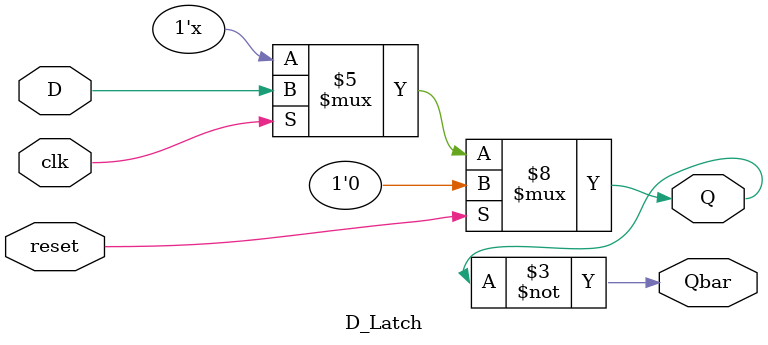
<source format=v>


module D_Latch(clk, D, reset, Q, Qbar);

input clk; 
input D; 
input reset;
output reg Q;
output Qbar; 

always@(clk, reset, D)
begin
if(reset)
begin
	Q <= 1'b0; 
end

else 
begin 
	if (clk == 1'b1)
	Q <= D; 
    else 
	Q <= Q; 

end 
end

assign Qbar = ~Q; 

endmodule
</source>
